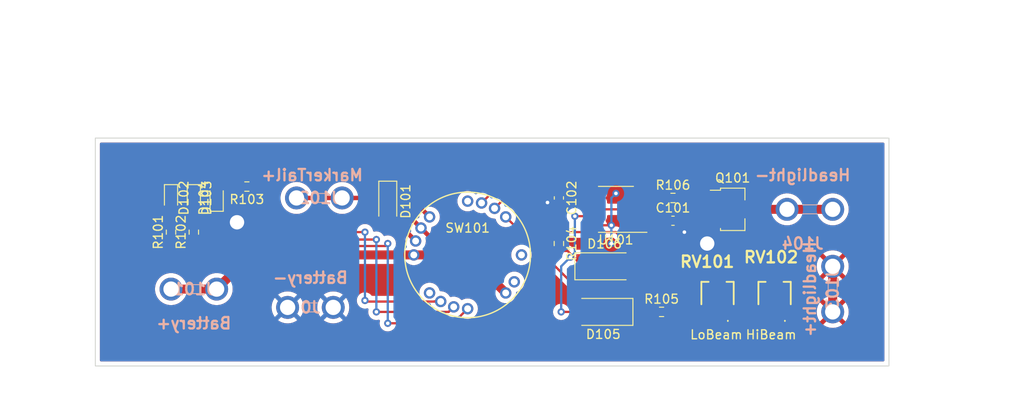
<source format=kicad_pcb>
(kicad_pcb (version 20211014) (generator pcbnew)
  (layers (0 "F.Cu" signal) (31 "B.Cu" signal) (34 "B.Paste" user) (35 "F.Paste" user) (36 "B.SilkS" user "B.Silkscreen") (37 "F.SilkS" user "F.Silkscreen") (38 "B.Mask" user) (39 "F.Mask" user) (44 "Edge.Cuts" user))
  (net 0 "")
  (net 1 "/PWCommon")
  (net 2 "GNDPWR")
  (net 3 "Net-(C102-Pad1)")
  (net 4 "/MarkerTail+")
  (net 5 "/HLightPower")
  (net 6 "Net-(D102-Pad1)")
  (net 7 "Net-(D102-Pad2)")
  (net 8 "Net-(D103-Pad2)")
  (net 9 "Net-(D105-Pad1)")
  (net 10 "Net-(D105-Pad2)")
  (net 11 "Net-(D106-Pad2)")
  (net 12 "+12V")
  (net 13 "/Headlight-")
  (net 14 "Net-(Q101-Pad1)")
  (net 15 "Net-(R101-Pad1)")
  (net 16 "Net-(R102-Pad1)")
  (net 17 "Net-(R103-Pad1)")
  (net 18 "Net-(RV101-Pad1)")
  (net 19 "Net-(R105-Pad2)")
  (net 20 "Net-(R106-Pad1)")
  (net 21 "/PWLow")
  (net 22 "/PWHigh")
  (footprint "Resistor_SMD:R_0603_1608Metric" (layer "F.Cu") (at 149.86 76.2)
    (fp_text reference "R105" (at 0 -1.43) (layer "F.SilkS"))
    (fp_text value "30K")
    (fp_line (start -0.237258 -0.5225) (end 0.237258 -0.5225) (layer "F.SilkS") (width 0.12))
    (fp_line (start -0.237258 0.5225) (end 0.237258 0.5225) (layer "F.SilkS") (width 0.12))
    (pad "1" smd roundrect (at -0.825 0) (size 0.8 0.95) (layers "F.Cu" "F.Paste" "F.Mask") (net 9 "Net-(D105-Pad1)"))
    (pad "2" smd roundrect (at 0.825 0) (size 0.8 0.95) (layers "F.Cu" "F.Paste" "F.Mask") (net 19 "Net-(R105-Pad2)"))
  )
  (footprint "Capacitor_SMD:C_0603_1608Metric" (layer "F.Cu") (at 151.13 66.04)
    (fp_text reference "C101" (at 0 -1.43) (layer "F.SilkS"))
    (fp_text value "100nf")
    (fp_line (start -0.14058 -0.51) (end 0.14058 -0.51) (layer "F.SilkS") (width 0.12))
    (fp_line (start -0.14058 0.51) (end 0.14058 0.51) (layer "F.SilkS") (width 0.12))
    (pad "1" smd roundrect (at -0.775 0) (size 0.9 0.95) (layers "F.Cu" "F.Paste" "F.Mask") (net 1 "/PWCommon"))
    (pad "2" smd roundrect (at 0.775 0) (size 0.9 0.95) (layers "F.Cu" "F.Paste" "F.Mask") (net 2 "GNDPWR"))
  )
  (footprint "Capacitor_SMD:C_0603_1608Metric" (layer "F.Cu") (at 138.43 63.5 -90)
    (fp_text reference "C102" (at 0 -1.43 90) (layer "F.SilkS"))
    (fp_text value ".01uf")
    (fp_line (start -0.14058 -0.51) (end 0.14058 -0.51) (layer "F.SilkS") (width 0.12))
    (fp_line (start -0.14058 0.51) (end 0.14058 0.51) (layer "F.SilkS") (width 0.12))
    (pad "1" smd roundrect (at -0.775 0 270) (size 0.9 0.95) (layers "F.Cu" "F.Paste" "F.Mask") (net 3 "Net-(C102-Pad1)"))
    (pad "2" smd roundrect (at 0.775 0 270) (size 0.9 0.95) (layers "F.Cu" "F.Paste" "F.Mask") (net 2 "GNDPWR"))
  )
  (footprint "Diode_SMD:D_MELF" (layer "F.Cu") (at 143.51 71.12)
    (fp_text reference "D106" (at 0 -2.5) (layer "F.SilkS"))
    (fp_text value "SM4007")
    (fp_line (start -3.3 -1.5) (end -3.3 1.5) (layer "F.SilkS") (width 0.12))
    (fp_line (start -3.3 1.5) (end 2.4 1.5) (layer "F.SilkS") (width 0.12))
    (fp_line (start 2.4 -1.5) (end -3.3 -1.5) (layer "F.SilkS") (width 0.12))
    (pad "1" smd rect (at -2.4 0) (size 1.5 2.7) (layers "F.Cu" "F.Paste" "F.Mask") (net 10 "Net-(D105-Pad2)"))
    (pad "2" smd rect (at 2.4 0) (size 1.5 2.7) (layers "F.Cu" "F.Paste" "F.Mask") (net 11 "Net-(D106-Pad2)"))
  )
  (footprint "BournsPVG3A:PVG3A103C01R00" (layer "F.Cu") (at 162.44 74.55)
    (fp_text reference "RV102" (at -0.388 -4.446) (layer "F.SilkS") (effects (font (size 1.27 1.27) (thickness 0.254))))
    (fp_text value "10k" hide)
    (fp_line (start 1.8 -1.7) (end 1.8 0.8) (layer "F.SilkS") (width 0.2))
    (fp_line (start -1.8 -1.7) (end -1.8 0.8) (layer "F.SilkS") (width 0.2))
    (fp_line (start 1 -1.7) (end 1.8 -1.7) (layer "F.SilkS") (width 0.2))
    (fp_line (start 1.15 2.6) (end 1.15 2.6) (layer "F.SilkS") (width 0.1))
    (fp_line (start -1 -1.7) (end -1.8 -1.7) (layer "F.SilkS") (width 0.2))
    (fp_line (start 1.15 2.7) (end 1.15 2.7) (layer "F.SilkS") (width 0.1))
    (fp_arc (start 1.15 2.7) (mid 1.1 2.65) (end 1.15 2.6) (layer "F.SilkS") (width 0.1))
    (fp_arc (start 1.15 2.6) (mid 1.2 2.65) (end 1.15 2.7) (layer "F.SilkS") (width 0.1))
    (pad "1" smd rect locked (at 1.15 1.65 90) (size 0.9 1.1) (layers "F.Cu" "F.Paste" "F.Mask") (net 11 "Net-(D106-Pad2)"))
    (pad "2" smd rect locked (at 0 -1.65 90) (size 0.9 1.4) (layers "F.Cu" "F.Paste" "F.Mask") (net 22 "/PWHigh"))
    (pad "3" smd rect locked (at -1.15 1.65 90) (size 0.9 1.1) (layers "F.Cu" "F.Paste" "F.Mask") (net 18 "Net-(RV101-Pad1)"))
  )
  (footprint "BournsPVG3A:PVG3A103C01R00" (layer "F.Cu") (at 156.09 74.55)
    (fp_text reference "RV101" (at -1.15 -3.938) (layer "F.SilkS") (effects (font (size 1.27 1.27) (thickness 0.254))))
    (fp_text value "10k" hide)
    (fp_line (start -1 -1.7) (end -1.8 -1.7) (layer "F.SilkS") (width 0.2))
    (fp_line (start 1.15 2.6) (end 1.15 2.6) (layer "F.SilkS") (width 0.1))
    (fp_line (start -1.8 -1.7) (end -1.8 0.8) (layer "F.SilkS") (width 0.2))
    (fp_line (start 1.8 -1.7) (end 1.8 0.8) (layer "F.SilkS") (width 0.2))
    (fp_line (start 1 -1.7) (end 1.8 -1.7) (layer "F.SilkS") (width 0.2))
    (fp_line (start 1.15 2.7) (end 1.15 2.7) (layer "F.SilkS") (width 0.1))
    (fp_arc (start 1.15 2.6) (mid 1.2 2.65) (end 1.15 2.7) (layer "F.SilkS") (width 0.1))
    (fp_arc (start 1.15 2.7) (mid 1.1 2.65) (end 1.15 2.6) (layer "F.SilkS") (width 0.1))
    (pad "1" smd rect locked (at 1.15 1.65 90) (size 0.9 1.1) (layers "F.Cu" "F.Paste" "F.Mask") (net 18 "Net-(RV101-Pad1)"))
    (pad "2" smd rect locked (at 0 -1.65 90) (size 0.9 1.4) (layers "F.Cu" "F.Paste" "F.Mask") (net 21 "/PWLow"))
    (pad "3" smd rect locked (at -1.15 1.65 90) (size 0.9 1.1) (layers "F.Cu" "F.Paste" "F.Mask") (net 19 "Net-(R105-Pad2)"))
  )
  (footprint "Package_SO:SOIC-8_3.9x4.9mm_P1.27mm" (layer "F.Cu") (at 144.78 64.77 180)
    (fp_text reference "U101" (at 0 -3.4) (layer "F.SilkS"))
    (fp_text value "LM555xM")
    (fp_line (start 0 -2.56) (end 1.95 -2.56) (layer "F.SilkS") (width 0.12))
    (fp_line (start 0 -2.56) (end -3.45 -2.56) (layer "F.SilkS") (width 0.12))
    (fp_line (start 0 2.56) (end 1.95 2.56) (layer "F.SilkS") (width 0.12))
    (fp_line (start 0 2.56) (end -1.95 2.56) (layer "F.SilkS") (width 0.12))
    (pad "1" smd roundrect (at -2.475 -1.905 180) (size 1.95 0.6) (layers "F.Cu" "F.Paste" "F.Mask") (net 2 "GNDPWR"))
    (pad "2" smd roundrect (at -2.475 -0.635 180) (size 1.95 0.6) (layers "F.Cu" "F.Paste" "F.Mask") (net 1 "/PWCommon"))
    (pad "3" smd roundrect (at -2.475 0.635 180) (size 1.95 0.6) (layers "F.Cu" "F.Paste" "F.Mask") (net 20 "Net-(R106-Pad1)"))
    (pad "4" smd roundrect (at -2.475 1.905 180) (size 1.95 0.6) (layers "F.Cu" "F.Paste" "F.Mask") (net 5 "/HLightPower"))
    (pad "5" smd roundrect (at 2.475 1.905 180) (size 1.95 0.6) (layers "F.Cu" "F.Paste" "F.Mask") (net 3 "Net-(C102-Pad1)"))
    (pad "6" smd roundrect (at 2.475 0.635 180) (size 1.95 0.6) (layers "F.Cu" "F.Paste" "F.Mask") (net 1 "/PWCommon"))
    (pad "7" smd roundrect (at 2.475 -0.635 180) (size 1.95 0.6) (layers "F.Cu" "F.Paste" "F.Mask") (net 10 "Net-(D105-Pad2)"))
    (pad "8" smd roundrect (at 2.475 -1.905 180) (size 1.95 0.6) (layers "F.Cu" "F.Paste" "F.Mask") (net 5 "/HLightPower"))
  )
  (footprint "Diode_SMD:D_MELF" (layer "F.Cu") (at 143.37 76.2 180)
    (fp_text reference "D105" (at 0 -2.5) (layer "F.SilkS"))
    (fp_text value "SM4007")
    (fp_line (start -3.3 -1.5) (end -3.3 1.5) (layer "F.SilkS") (width 0.12))
    (fp_line (start -3.3 1.5) (end 2.4 1.5) (layer "F.SilkS") (width 0.12))
    (fp_line (start 2.4 -1.5) (end -3.3 -1.5) (layer "F.SilkS") (width 0.12))
    (pad "1" smd rect (at -2.4 0 180) (size 1.5 2.7) (layers "F.Cu" "F.Paste" "F.Mask") (net 9 "Net-(D105-Pad1)"))
    (pad "2" smd rect (at 2.4 0 180) (size 1.5 2.7) (layers "F.Cu" "F.Paste" "F.Mask") (net 10 "Net-(D105-Pad2)"))
  )
  (footprint "LED_SMD:LED_0603_1608Metric" (layer "F.Cu") (at 95.25 63.5 -90)
    (fp_text reference "D102" (at 0 -1.43 90) (layer "F.SilkS"))
    (fp_text value "HiBeam (White)")
    (fp_line (start -1.485 -0.735) (end -1.485 0.735) (layer "F.SilkS") (width 0.12))
    (fp_line (start 0.8 -0.735) (end -1.485 -0.735) (layer "F.SilkS") (width 0.12))
    (fp_line (start -1.485 0.735) (end 0.8 0.735) (layer "F.SilkS") (width 0.12))
    (pad "1" smd roundrect (at -0.7875 0 270) (size 0.875 0.95) (layers "F.Cu" "F.Paste" "F.Mask") (net 6 "Net-(D102-Pad1)"))
    (pad "2" smd roundrect (at 0.7875 0 270) (size 0.875 0.95) (layers "F.Cu" "F.Paste" "F.Mask") (net 7 "Net-(D102-Pad2)"))
  )
  (footprint "Resistor_SMD:R_0603_1608Metric" (layer "F.Cu") (at 95.25 67.31 90)
    (fp_text reference "R101" (at 0 -1.43 90) (layer "F.SilkS"))
    (fp_text value "1.2K")
    (fp_line (start -0.237258 -0.5225) (end 0.237258 -0.5225) (layer "F.SilkS") (width 0.12))
    (fp_line (start -0.237258 0.5225) (end 0.237258 0.5225) (layer "F.SilkS") (width 0.12))
    (pad "1" smd roundrect (at -0.825 0 90) (size 0.8 0.95) (layers "F.Cu" "F.Paste" "F.Mask") (net 15 "Net-(R101-Pad1)"))
    (pad "2" smd roundrect (at 0.825 0 90) (size 0.8 0.95) (layers "F.Cu" "F.Paste" "F.Mask") (net 7 "Net-(D102-Pad2)"))
  )
  (footprint "LED_SMD:LED_0603_1608Metric" (layer "F.Cu") (at 97.79 63.5 -90)
    (fp_text reference "D103" (at 0 -1.43 90) (layer "F.SilkS"))
    (fp_text value "LoBeam (Blue)")
    (fp_line (start 0.8 -0.735) (end -1.485 -0.735) (layer "F.SilkS") (width 0.12))
    (fp_line (start -1.485 -0.735) (end -1.485 0.735) (layer "F.SilkS") (width 0.12))
    (fp_line (start -1.485 0.735) (end 0.8 0.735) (layer "F.SilkS") (width 0.12))
    (pad "1" smd roundrect (at -0.7875 0 270) (size 0.875 0.95) (layers "F.Cu" "F.Paste" "F.Mask") (net 6 "Net-(D102-Pad1)"))
    (pad "2" smd roundrect (at 0.7875 0 270) (size 0.875 0.95) (layers "F.Cu" "F.Paste" "F.Mask") (net 8 "Net-(D103-Pad2)"))
  )
  (footprint "MRJE:MRJE3404" (layer "F.Cu") (at 128.27 69.85)
    (fp_text reference "SW101" (at 0 -3) (layer "F.SilkS"))
    (fp_text value "SW_Rotary3x4")
    (fp_circle (center 0 0) (end 7 0) (layer "F.SilkS") (width 0.15) (fill none))
    (pad "1" thru_hole circle locked (at -5.790146 -1.551465) (size 1.27 1.27) (drill 0.762) (layers *.Cu *.Mask) (net 5 "/HLightPower"))
    (pad "2" thru_hole circle locked (at -5.191303 -2.9972) (size 1.27 1.27) (drill 0.762) (layers *.Cu *.Mask) (net 5 "/HLightPower"))
    (pad "3" thru_hole circle locked (at -4.238681 -4.238681) (size 1.27 1.27) (drill 0.762) (layers *.Cu *.Mask) (net 4 "/MarkerTail+"))
    (pad "4" thru_hole circle locked (at 0 -5.9944) (size 1.27 1.27) (drill 0.762) (layers *.Cu *.Mask))
    (pad "5" thru_hole circle locked (at 2.9972 -5.191303) (size 1.27 1.27) (drill 0.762) (layers *.Cu *.Mask) (net 22 "/PWHigh"))
    (pad "6" thru_hole circle locked (at 4.238681 -4.238681) (size 1.27 1.27) (drill 0.762) (layers *.Cu *.Mask) (net 21 "/PWLow"))
    (pad "7" thru_hole circle locked (at 5.9944 0) (size 1.27 1.27) (drill 0.762) (layers *.Cu *.Mask))
    (pad "8" thru_hole circle locked (at 5.191303 2.9972) (size 1.27 1.27) (drill 0.762) (layers *.Cu *.Mask))
    (pad "9" thru_hole circle locked (at 0 5.9944) (size 1.27 1.27) (drill 0.762) (layers *.Cu *.Mask) (net 15 "Net-(R101-Pad1)"))
    (pad "10" thru_hole circle locked (at -1.551465 5.790146) (size 1.27 1.27) (drill 0.762) (layers *.Cu *.Mask) (net 16 "Net-(R102-Pad1)"))
    (pad "11" thru_hole circle locked (at -2.9972 5.191303) (size 1.27 1.27) (drill 0.762) (layers *.Cu *.Mask) (net 17 "Net-(R103-Pad1)"))
    (pad "12" thru_hole circle locked (at -4.238681 4.238681) (size 1.27 1.27) (drill 0.762) (layers *.Cu *.Mask))
    (pad "13" thru_hole circle locked (at -5.9944 0) (size 1.27 1.27) (drill 0.762) (layers *.Cu *.Mask) (net 12 "+12V"))
    (pad "14" thru_hole circle locked (at 1.551465 -5.790146) (size 1.27 1.27) (drill 0.762) (layers *.Cu *.Mask) (net 1 "/PWCommon"))
    (pad "15" thru_hole circle locked (at 4.238681 4.238681) (size 1.27 1.27) (drill 0.762) (layers *.Cu *.Mask) (net 12 "+12V"))
  )
  (footprint "Resistor_SMD:R_0603_1608Metric" (layer "F.Cu") (at 103.695 62.23 180)
    (fp_text reference "R103" (at 0 -1.43) (layer "F.SilkS"))
    (fp_text value "1.8k")
    (fp_line (start -0.237258 -0.5225) (end 0.237258 -0.5225) (layer "F.SilkS") (width 0.12))
    (fp_line (start -0.237258 0.5225) (end 0.237258 0.5225) (layer "F.SilkS") (width 0.12))
    (pad "1" smd roundrect (at -0.825 0 180) (size 0.8 0.95) (layers "F.Cu" "F.Paste" "F.Mask") (net 17 "Net-(R103-Pad1)"))
    (pad "2" smd roundrect (at 0.825 0 180) (size 0.8 0.95) (layers "F.Cu" "F.Paste" "F.Mask") (net 6 "Net-(D102-Pad1)"))
  )
  (footprint "Diode_SMD:D_SOD-123" (layer "F.Cu") (at 119.38 63.88 -90)
    (fp_text reference "D101" (at 0 -2 90) (layer "F.SilkS"))
    (fp_text value "CMMSH1-60G TR PBFREE")
    (fp_line (start -2.25 -1) (end 1.65 -1) (layer "F.SilkS") (width 0.12))
    (fp_line (start -2.25 -1) (end -2.25 1) (layer "F.SilkS") (width 0.12))
    (fp_line (start -2.25 1) (end 1.65 1) (layer "F.SilkS") (width 0.12))
    (pad "1" smd rect (at -1.65 0 270) (size 0.9 1.2) (layers "F.Cu" "F.Paste" "F.Mask") (net 4 "/MarkerTail+"))
    (pad "2" smd rect (at 1.65 0 270) (size 0.9 1.2) (layers "F.Cu" "F.Paste" "F.Mask") (net 5 "/HLightPower"))
  )
  (footprint "LED_SMD:LED_0603_1608Metric" (layer "F.Cu") (at 100.33 63.5 90)
    (fp_text reference "D104" (at 0 -1.43 90) (layer "F.SilkS"))
    (fp_text value "MarkerTail (Yellow)")
    (fp_line (start 0.8 -0.735) (end -1.485 -0.735) (layer "F.SilkS") (width 0.12))
    (fp_line (start -1.485 -0.735) (end -1.485 0.735) (layer "F.SilkS") (width 0.12))
    (fp_line (start -1.485 0.735) (end 0.8 0.735) (layer "F.SilkS") (width 0.12))
    (pad "1" smd roundrect (at -0.7875 0 90) (size 0.875 0.95) (layers "F.Cu" "F.Paste" "F.Mask") (net 2 "GNDPWR"))
    (pad "2" smd roundrect (at 0.7875 0 90) (size 0.875 0.95) (layers "F.Cu" "F.Paste" "F.Mask") (net 6 "Net-(D102-Pad1)"))
  )
  (footprint "Resistor_SMD:R_0603_1608Metric" (layer "F.Cu") (at 151.13 63.5)
    (fp_text reference "R106" (at 0 -1.43) (layer "F.SilkS"))
    (fp_text value "120")
    (fp_line (start -0.237258 -0.5225) (end 0.237258 -0.5225) (layer "F.SilkS") (width 0.12))
    (fp_line (start -0.237258 0.5225) (end 0.237258 0.5225) (layer "F.SilkS") (width 0.12))
    (pad "1" smd roundrect (at -0.825 0) (size 0.8 0.95) (layers "F.Cu" "F.Paste" "F.Mask") (net 20 "Net-(R106-Pad1)"))
    (pad "2" smd roundrect (at 0.825 0) (size 0.8 0.95) (layers "F.Cu" "F.Paste" "F.Mask") (net 14 "Net-(Q101-Pad1)"))
  )
  (footprint "Resistor_SMD:R_0603_1608Metric" (layer "F.Cu") (at 138.43 68.58 -90)
    (fp_text reference "R104" (at 0 -1.43 90) (layer "F.SilkS"))
    (fp_text value "1K")
    (fp_line (start -0.237258 -0.5225) (end 0.237258 -0.5225) (layer "F.SilkS") (width 0.12))
    (fp_line (start -0.237258 0.5225) (end 0.237258 0.5225) (layer "F.SilkS") (width 0.12))
    (pad "1" smd roundrect (at -0.825 0 270) (size 0.8 0.95) (layers "F.Cu" "F.Paste" "F.Mask") (net 5 "/HLightPower"))
    (pad "2" smd roundrect (at 0.825 0 270) (size 0.8 0.95) (layers "F.Cu" "F.Paste" "F.Mask") (net 10 "Net-(D105-Pad2)"))
  )
  (footprint "Package_TO_SOT_SMD:SOT-89-3" (layer "F.Cu") (at 157.48 64.77)
    (fp_text reference "Q101" (at 0.3 -3.5) (layer "F.SilkS"))
    (fp_text value "BCX56")
    (fp_line (start -1.06 -2.36) (end 1.66 -2.36) (layer "F.SilkS") (width 0.12))
    (fp_line (start -1.06 2.36) (end -1.06 2.13) (layer "F.SilkS") (width 0.12))
    (fp_line (start 1.66 -2.36) (end 1.66 -1.05) (layer "F.SilkS") (width 0.12))
    (fp_line (start 1.66 1.05) (end 1.66 2.36) (layer "F.SilkS") (width 0.12))
    (fp_line (start -2.2 -2.13) (end -1.06 -2.13) (layer "F.SilkS") (width 0.12))
    (fp_line (start 1.66 2.36) (end -1.06 2.36) (layer "F.SilkS") (width 0.12))
    (fp_line (start -1.06 -2.36) (end -1.06 -2.13) (layer "F.SilkS") (width 0.12))
    (pad "1" smd rect (at -1.65 -1.5) (size 1.3 0.9) (layers "F.Cu" "F.Paste" "F.Mask") (net 14 "Net-(Q101-Pad1)"))
    (pad "2" smd custom (at -1.5625 0) (size 1.475 0.9) (layers "F.Cu" "F.Paste" "F.Mask") (net 13 "/Headlight-") (options (clearance outline) (anchor rect)) (primitives (gr_poly (pts (xy 3.8625 0.8665) (xy 0.7375 0.8665) (xy 0.7375 -0.8665) (xy 3.8625 -0.8665)) (width 0) (fill yes))))
    (pad "3" smd rect (at -1.65 1.5) (size 1.3 0.9) (layers "F.Cu" "F.Paste" "F.Mask") (net 2 "GNDPWR"))
  )
  (footprint "Resistor_SMD:R_0603_1608Metric" (layer "F.Cu") (at 97.79 67.31 90)
    (fp_text reference "R102" (at 0 -1.43 90) (layer "F.SilkS"))
    (fp_text value "1.2K")
    (fp_line (start -0.237258 0.5225) (end 0.237258 0.5225) (layer "F.SilkS") (width 0.12))
    (fp_line (start -0.237258 -0.5225) (end 0.237258 -0.5225) (layer "F.SilkS") (width 0.12))
    (pad "1" smd roundrect (at -0.825 0 90) (size 0.8 0.95) (layers "F.Cu" "F.Paste" "F.Mask") (net 16 "Net-(R102-Pad1)"))
    (pad "2" smd roundrect (at 0.825 0 90) (size 0.8 0.95) (layers "F.Cu" "F.Paste" "F.Mask") (net 8 "Net-(D103-Pad2)"))
  )
  (footprint "SpadeLugs:197054303" (layer "B.Cu") (at 113.31 75.7 180)
    (fp_text reference "J0" (at 2.54 0) (layer "B.SilkS") (effects (font (size 1.27 1.27) (thickness 0.254)) (justify mirror)))
    (fp_text value "Battery-" (at 2.54 3.31) (layer "B.SilkS") (effects (font (size 1.27 1.27) (thickness 0.254)) (justify mirror)))
    (fp_line (start 1.74 -0.5) (end 3.34 -0.5) (layer "B.SilkS") (width 0.1))
    (fp_line (start 1.74 0.5) (end 3.34 0.5) (layer "B.SilkS") (width 0.1))
    (pad "1" thru_hole circle locked (at 0 0 180) (size 2.55 2.55) (drill 1.7) (layers *.Cu *.Mask) (net 2 "GNDPWR"))
    (pad "2" thru_hole circle locked (at 5.08 0 180) (size 2.55 2.55) (drill 1.7) (layers *.Cu *.Mask) (net 2 "GNDPWR"))
  )
  (footprint "SpadeLugs:197054303" (layer "B.Cu") (at 95.25 73.66)
    (fp_text reference "J101" (at 2.54 0) (layer "B.SilkS") (effects (font (size 1.27 1.27) (thickness 0.254)) (justify mirror)))
    (fp_text value "Battery+" (at 2.54 3.81) (layer "B.SilkS") (effects (font (size 1.27 1.27) (thickness 0.254)) (justify mirror)))
    (fp_line (start 1.74 0.5) (end 3.34 0.5) (layer "B.SilkS") (width 0.1))
    (fp_line (start 1.74 -0.5) (end 3.34 -0.5) (layer "B.SilkS") (width 0.1))
    (pad "1" thru_hole circle locked (at 0 0) (size 2.55 2.55) (drill 1.7) (layers *.Cu *.Mask) (net 12 "+12V"))
    (pad "2" thru_hole circle locked (at 5.08 0) (size 2.55 2.55) (drill 1.7) (layers *.Cu *.Mask) (net 12 "+12V"))
  )
  (footprint "SpadeLugs:197054303" (layer "B.Cu") (at 114.3 63.5 180)
    (fp_text reference "J102" (at 2.54 0) (layer "B.SilkS") (effects (font (size 1.27 1.27) (thickness 0.254)) (justify mirror)))
    (fp_text value "MarkerTail+" (at 3.34 2.54) (layer "B.SilkS") (effects (font (size 1.27 1.27) (thickness 0.254)) (justify mirror)))
    (fp_line (start 1.74 -0.5) (end 3.34 -0.5) (layer "B.SilkS") (width 0.1))
    (fp_line (start 1.74 0.5) (end 3.34 0.5) (layer "B.SilkS") (width 0.1))
    (pad "1" thru_hole circle locked (at 0 0 180) (size 2.55 2.55) (drill 1.7) (layers *.Cu *.Mask) (net 4 "/MarkerTail+"))
    (pad "2" thru_hole circle locked (at 5.08 0 180) (size 2.55 2.55) (drill 1.7) (layers *.Cu *.Mask) (net 4 "/MarkerTail+"))
  )
  (footprint "SpadeLugs:197054303" (layer "B.Cu") (at 168.91 71.12 -90)
    (fp_text reference "J103" (at 2.54 0 -270) (layer "B.SilkS") (effects (font (size 1.27 1.27) (thickness 0.254)) (justify mirror)))
    (fp_text value "Headlight+" (at 2.54 2.54 -270) (layer "B.SilkS") (effects (font (size 1.27 1.27) (thickness 0.254)) (justify mirror)))
    (fp_line (start 1.74 0.5) (end 3.34 0.5) (layer "B.SilkS") (width 0.1))
    (fp_line (start 1.74 -0.5) (end 3.34 -0.5) (layer "B.SilkS") (width 0.1))
    (pad "1" thru_hole circle locked (at 0 0 270) (size 2.55 2.55) (drill 1.7) (layers *.Cu *.Mask) (net 5 "/HLightPower"))
    (pad "2" thru_hole circle locked (at 5.08 0 270) (size 2.55 2.55) (drill 1.7) (layers *.Cu *.Mask) (net 5 "/HLightPower"))
  )
  (footprint "SpadeLugs:197054303" (layer "B.Cu") (at 163.83 64.77)
    (fp_text reference "J104" (at 1.74 3.81) (layer "B.SilkS") (effects (font (size 1.27 1.27) (thickness 0.254)) (justify mirror)))
    (fp_text value "Headlight-" (at 1.74 -3.81) (layer "B.SilkS") (effects (font (size 1.27 1.27) (thickness 0.254)) (justify mirror)))
    (fp_line (start 1.74 -0.5) (end 3.34 -0.5) (layer "B.SilkS") (width 0.1))
    (fp_line (start 1.74 0.5) (end 3.34 0.5) (layer "B.SilkS") (width 0.1))
    (pad "1" thru_hole circle locked (at 0 0) (size 2.55 2.55) (drill 1.7) (layers *.Cu *.Mask) (net 13 "/Headlight-"))
    (pad "2" thru_hole circle locked (at 5.08 0) (size 2.55 2.55) (drill 1.7) (layers *.Cu *.Mask) (net 13 "/Headlight-"))
  )
  (gr_rect (start 86.825 56.825) (end 175.175 82.225) (layer "Edge.Cuts") (width 0.1) (fill none))
  (gr_text "HiBeam" (at 162.052 78.74) (layer "F.SilkS") (effects (font (size 1 1))))
  (gr_text "LoBeam" (at 155.956 78.74) (layer "F.SilkS") (effects (font (size 1 1))))
  (segment (start 139.415817 64.008) (end 138.907817 63.5) (width 0.25) (layer "F.Cu") (net 1))
  (segment (start 138.907817 63.5) (end 137.952183 63.5) (width 0.25) (layer "F.Cu") (net 1))
  (segment (start 147.89 66.04) (end 147.255 65.405) (width 0.25) (layer "F.Cu") (net 1))
  (segment (start 146.62 64.77) (end 142.94 64.77) (width 0.25) (layer "F.Cu") (net 1))
  (segment (start 137.502183 63.05) (end 130.831319 63.05) (width 0.25) (layer "F.Cu") (net 1))
  (segment (start 142.305 64.135) (end 140.335 64.135) (width 0.25) (layer "F.Cu") (net 1))
  (segment (start 137.952183 63.5) (end 137.502183 63.05) (width 0.25) (layer "F.Cu") (net 1))
  (segment (start 130.831319 63.05) (end 129.821465 64.059854) (width 0.25) (layer "F.Cu") (net 1))
  (segment (start 140.208 64.008) (end 139.415817 64.008) (width 0.25) (layer "F.Cu") (net 1))
  (segment (start 147.255 65.405) (end 146.62 64.77) (width 0.25) (layer "F.Cu") (net 1))
  (segment (start 150.355 66.04) (end 147.89 66.04) (width 0.25) (layer "F.Cu") (net 1))
  (segment (start 142.94 64.77) (end 142.305 64.135) (width 0.25) (layer "F.Cu") (net 1))
  (segment (start 140.335 64.135) (end 140.208 64.008) (width 0.25) (layer "F.Cu") (net 1))
  (segment (start 147.42 66.84) (end 151.105 66.84) (width 0.25) (layer "F.Cu") (net 2))
  (segment (start 151.905 66.04) (end 151.905 66.815) (width 0.25) (layer "F.Cu") (net 2))
  (segment (start 151.105 66.84) (end 151.905 66.04) (width 0.25) (layer "F.Cu") (net 2))
  (segment (start 151.905 66.815) (end 152.4 67.31) (width 0.25) (layer "F.Cu") (net 2))
  (segment (start 155.83 66.27) (end 155.83 67.69) (width 1) (layer "F.Cu") (net 2))
  (segment (start 100.33 64.2875) (end 100.6725 64.2875) (width 1) (layer "F.Cu") (net 2))
  (segment (start 155.83 67.69) (end 154.94 68.58) (width 1) (layer "F.Cu") (net 2))
  (segment (start 100.6725 64.2875) (end 102.5955 66.2105) (width 1) (layer "F.Cu") (net 2))
  (segment (start 138.43 64.275) (end 137.427 64.275) (width 0.25) (layer "F.Cu") (net 2))
  (segment (start 137.427 64.275) (end 137.16 64.008) (width 0.25) (layer "F.Cu") (net 2))
  (segment (start 147.255 66.675) (end 147.42 66.84) (width 0.25) (layer "F.Cu") (net 2))
  (via (at 102.5955 66.2105) (size 3.2) (drill 1.6) (layers "F.Cu" "B.Cu") (net 2))
  (via (at 137.16 64.008) (size 0.8) (drill 0.4) (layers "F.Cu" "B.Cu") (net 2))
  (via (at 154.94 68.58) (size 3.2) (drill 1.6) (layers "F.Cu" "B.Cu") (net 2))
  (via (at 152.4 67.31) (size 0.8) (drill 0.4) (layers "F.Cu" "B.Cu") (net 2))
  (segment (start 142.165 62.725) (end 142.305 62.865) (width 0.25) (layer "F.Cu") (net 3))
  (segment (start 138.43 62.725) (end 142.165 62.725) (width 0.25) (layer "F.Cu") (net 3))
  (segment (start 114.3 63.5) (end 118.11 63.5) (width 0.5) (layer "F.Cu") (net 4))
  (segment (start 119.38 62.23) (end 120.65 62.23) (width 0.5) (layer "F.Cu") (net 4))
  (segment (start 120.65 62.23) (end 124.031319 65.611319) (width 0.5) (layer "F.Cu") (net 4))
  (segment (start 118.11 63.5) (end 119.38 62.23) (width 0.5) (layer "F.Cu") (net 4))
  (segment (start 109.22 63.5) (end 114.3 63.5) (width 0.5) (layer "F.Cu") (net 4))
  (segment (start 142.432 66.548) (end 142.305 66.675) (width 0.25) (layer "F.Cu") (net 5))
  (segment (start 168.91 76.2) (end 168.91 71.12) (width 1) (layer "F.Cu") (net 5))
  (segment (start 144.272 66.548) (end 142.432 66.548) (width 0.25) (layer "F.Cu") (net 5))
  (segment (start 138.43 67.755) (end 138.43 67.818) (width 0.25) (layer "F.Cu") (net 5))
  (segment (start 147.128 62.992) (end 147.255 62.865) (width 0.25) (layer "F.Cu") (net 5))
  (segment (start 138.43 67.755) (end 138.875 67.755) (width 0.25) (layer "F.Cu") (net 5))
  (segment (start 139.192 68.58) (end 144.272 68.58) (width 0.25) (layer "F.Cu") (net 5))
  (segment (start 144.78 62.992) (end 147.128 62.992) (width 0.25) (layer "F.Cu") (net 5))
  (segment (start 138.43 67.818) (end 139.192 68.58) (width 0.25) (layer "F.Cu") (net 5))
  (via (at 144.78 62.992) (size 0.8) (drill 0.4) (layers "F.Cu" "B.Cu") (net 5))
  (via (at 144.272 66.548) (size 0.8) (drill 0.4) (layers "F.Cu" "B.Cu") (net 5))
  (via (at 144.272 68.58) (size 0.8) (drill 0.4) (layers "F.Cu" "B.Cu") (net 5))
  (segment (start 144.272 66.548) (end 144.272 63.5) (width 0.25) (layer "B.Cu") (net 5))
  (segment (start 144.272 68.58) (end 144.272 66.548) (width 0.25) (layer "B.Cu") (net 5))
  (segment (start 144.272 63.5) (end 144.78 62.992) (width 0.25) (layer "B.Cu") (net 5))
  (segment (start 95.3575 62.605) (end 97.79 62.605) (width 0.25) (layer "F.Cu") (net 6))
  (segment (start 97.79 62.605) (end 100.2225 62.605) (width 0.25) (layer "F.Cu") (net 6))
  (segment (start 95.25 62.7125) (end 95.3575 62.605) (width 0.25) (layer "F.Cu") (net 6))
  (segment (start 102.3875 62.7125) (end 102.87 62.23) (width 0.25) (layer "F.Cu") (net 6))
  (segment (start 100.33 62.7125) (end 102.3875 62.7125) (width 0.25) (layer "F.Cu") (net 6))
  (segment (start 100.2225 62.605) (end 100.33 62.7125) (width 0.25) (layer "F.Cu") (net 6))
  (segment (start 95.25 64.2875) (end 95.25 66.485) (width 0.25) (layer "F.Cu") (net 7))
  (segment (start 97.79 64.18) (end 97.79 66.485) (width 0.25) (layer "F.Cu") (net 8))
  (segment (start 145.77 76.2) (end 149.035 76.2) (width 0.25) (layer "F.Cu") (net 9))
  (segment (start 140.97 76.2) (end 138.684 76.2) (width 0.25) (layer "F.Cu") (net 10))
  (segment (start 138.43 69.405) (end 139.395 69.405) (width 0.25) (layer "F.Cu") (net 10))
  (segment (start 139.7 70.104) (end 140.094 70.104) (width 0.25) (layer "F.Cu") (net 10))
  (segment (start 139.395 69.405) (end 141.11 71.12) (width 0.25) (layer "F.Cu") (net 10))
  (segment (start 140.094 70.104) (end 141.11 71.12) (width 0.25) (layer "F.Cu") (net 10))
  (segment (start 142.178 65.532) (end 142.305 65.405) (width 0.25) (layer "F.Cu") (net 10))
  (segment (start 142.305 65.405) (end 142.681751 65.405) (width 0.25) (layer "F.Cu") (net 10))
  (segment (start 140.208 65.532) (end 142.178 65.532) (width 0.25) (layer "F.Cu") (net 10))
  (via (at 139.7 70.104) (size 0.8) (drill 0.4) (layers "F.Cu" "B.Cu") (net 10))
  (via (at 140.208 65.532) (size 0.8) (drill 0.4) (layers "F.Cu" "B.Cu") (net 10))
  (via (at 138.684 76.2) (size 0.8) (drill 0.4) (layers "F.Cu" "B.Cu") (net 10))
  (segment (start 139.7 70.104) (end 140.208 69.596) (width 0.25) (layer "B.Cu") (net 10))
  (segment (start 140.208 69.596) (end 140.208 65.532) (width 0.25) (layer "B.Cu") (net 10))
  (segment (start 138.684 71.12) (end 139.7 70.104) (width 0.25) (layer "B.Cu") (net 10))
  (segment (start 138.684 76.2) (end 138.684 71.12) (width 0.25) (layer "B.Cu") (net 10))
  (segment (start 158.51 71.12) (end 163.59 76.2) (width 0.25) (layer "F.Cu") (net 11))
  (segment (start 145.91 71.12) (end 158.51 71.12) (width 0.25) (layer "F.Cu") (net 11))
  (segment (start 132.508681 74.088681) (end 128.27 69.85) (width 1) (layer "F.Cu") (net 12))
  (segment (start 128.27 69.85) (end 122.2756 69.85) (width 1) (layer "F.Cu") (net 12))
  (segment (start 104.14 69.85) (end 100.33 73.66) (width 1) (layer "F.Cu") (net 12))
  (segment (start 122.2756 69.85) (end 104.14 69.85) (width 1) (layer "F.Cu") (net 12))
  (segment (start 100.33 73.66) (end 95.25 73.66) (width 1) (layer "F.Cu") (net 12))
  (segment (start 168.91 64.77) (end 163.83 64.77) (width 1) (layer "F.Cu") (net 13))
  (segment (start 155.9175 64.77) (end 163.83 64.77) (width 1) (layer "F.Cu") (net 13))
  (segment (start 152.185 63.27) (end 151.955 63.5) (width 0.25) (layer "F.Cu") (net 14))
  (segment (start 155.83 63.27) (end 152.185 63.27) (width 0.25) (layer "F.Cu") (net 14))
  (segment (start 119.38 77.47) (end 126.6444 77.47) (width 0.25) (layer "F.Cu") (net 15))
  (segment (start 95.975 68.86) (end 119.1 68.86) (width 0.25) (layer "F.Cu") (net 15))
  (segment (start 126.6444 77.47) (end 128.27 75.8444) (width 0.25) (layer "F.Cu") (net 15))
  (segment (start 119.1 68.86) (end 119.38 68.58) (width 0.25) (layer "F.Cu") (net 15))
  (segment (start 95.25 68.135) (end 95.975 68.86) (width 0.25) (layer "F.Cu") (net 15))
  (via (at 119.38 68.58) (size 0.8) (drill 0.4) (layers "F.Cu" "B.Cu") (net 15))
  (via (at 119.38 77.47) (size 0.8) (drill 0.4) (layers "F.Cu" "B.Cu") (net 15))
  (segment (start 119.38 68.58) (end 119.38 77.47) (width 0.25) (layer "B.Cu") (net 15))
  (segment (start 118.1095 68.135) (end 118.11 68.1355) (width 0.25) (layer "F.Cu") (net 16))
  (segment (start 118.11 76.2) (end 126.158681 76.2) (width 0.25) (layer "F.Cu") (net 16))
  (segment (start 126.158681 76.2) (end 126.718535 75.640146) (width 0.25) (layer "F.Cu") (net 16))
  (segment (start 97.79 68.135) (end 118.1095 68.135) (width 0.25) (layer "F.Cu") (net 16))
  (via (at 118.11 76.2) (size 0.8) (drill 0.4) (layers "F.Cu" "B.Cu") (net 16))
  (via (at 118.11 68.1355) (size 0.8) (drill 0.4) (layers "F.Cu" "B.Cu") (net 16))
  (segment (start 118.11 68.1355) (end 118.11 76.2) (width 0.25) (layer "B.Cu") (net 16))
  (segment (start 124.563925 75.048681) (end 116.958681 75.048681) (width 0.25) (layer "F.Cu") (net 17))
  (segment (start 124.571303 75.041303) (end 124.563925 75.048681) (width 0.25) (layer "F.Cu") (net 17))
  (segment (start 104.52 66.42) (end 104.52 62.23) (width 0.25) (layer "F.Cu") (net 17))
  (segment (start 116.958681 75.048681) (end 116.84 74.93) (width 0.25) (layer "F.Cu") (net 17))
  (segment (start 105.41 67.31) (end 104.52 66.42) (width 0.25) (layer "F.Cu") (net 17))
  (segment (start 125.2728 75.041303) (end 124.571303 75.041303) (width 0.25) (layer "F.Cu") (net 17))
  (segment (start 116.84 67.31) (end 105.41 67.31) (width 0.25) (layer "F.Cu") (net 17))
  (via (at 116.84 67.31) (size 0.8) (drill 0.4) (layers "F.Cu" "B.Cu") (net 17))
  (via (at 116.84 74.93) (size 0.8) (drill 0.4) (layers "F.Cu" "B.Cu") (net 17))
  (segment (start 116.84 74.93) (end 116.84 67.31) (width 0.25) (layer "B.Cu") (net 17))
  (segment (start 157.24 76.2) (end 161.29 76.2) (width 0.25) (layer "F.Cu") (net 18))
  (segment (start 150.685 76.2) (end 154.94 76.2) (width 0.25) (layer "F.Cu") (net 19))
  (segment (start 150.305 63.5) (end 147.89 63.5) (width 0.25) (layer "F.Cu") (net 20))
  (segment (start 147.89 63.5) (end 147.255 64.135) (width 0.25) (layer "F.Cu") (net 20))
  (segment (start 139.797362 72.9) (end 132.508681 65.611319) (width 0.25) (layer "F.Cu") (net 21))
  (segment (start 156.09 72.9) (end 139.797362 72.9) (width 0.25) (layer "F.Cu") (net 21))
  (segment (start 160.045 70.505) (end 147.975 70.505) (width 0.25) (layer "F.Cu") (net 22))
  (segment (start 136.88 67.03) (end 133.35 63.5) (width 0.25) (layer "F.Cu") (net 22))
  (segment (start 133.35 63.5) (end 132.425897 63.5) (width 0.25) (layer "F.Cu") (net 22))
  (segment (start 139.202462 67.31) (end 138.922462 67.03) (width 0.25) (layer "F.Cu") (net 22))
  (segment (start 162.44 72.9) (end 160.045 70.505) (width 0.25) (layer "F.Cu") (net 22))
  (segment (start 144.78 67.31) (end 139.202462 67.31) (width 0.25) (layer "F.Cu") (net 22))
  (segment (start 138.922462 67.03) (end 136.88 67.03) (width 0.25) (layer "F.Cu") (net 22))
  (segment (start 132.425897 63.5) (end 131.2672 64.658697) (width 0.25) (layer "F.Cu") (net 22))
  (segment (start 147.975 70.505) (end 144.78 67.31) (width 0.25) (layer "F.Cu") (net 22))
  (zone (net 5) (net_name "/HLightPower") (layer "F.Cu") (connect_pads (clearance 0.508)) (min_thickness 0.254) (fill yes (thermal_gap 0.508) (thermal_bridge_width 0.508))
    (polygon (pts (xy 176.53 82.55) (xy 86.36 82.55) (xy 86.36 55.88) (xy 176.53 55.88)))
  )
  (zone (net 2) (net_name "GNDPWR") (layer "B.Cu") (connect_pads (clearance 0.508)) (min_thickness 0.254) (fill yes (thermal_gap 0.508) (thermal_bridge_width 0.508))
    (polygon (pts (xy 176.53 82.55) (xy 86.36 82.55) (xy 86.36 55.88) (xy 176.53 55.88)))
  )
)
</source>
